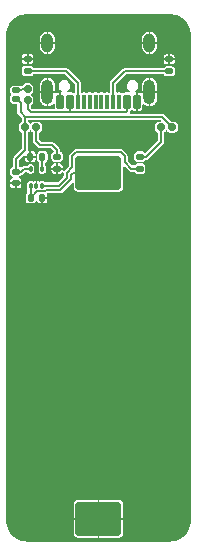
<source format=gbr>
%TF.GenerationSoftware,KiCad,Pcbnew,(5.99.0-13283-gf5fc9fa11f)*%
%TF.CreationDate,2021-11-15T23:55:46+03:00*%
%TF.ProjectId,LIR2032_Battery_Charger,4c495232-3033-4325-9f42-617474657279,rev?*%
%TF.SameCoordinates,PX8f0d180PY5f5e100*%
%TF.FileFunction,Copper,L1,Top*%
%TF.FilePolarity,Positive*%
%FSLAX46Y46*%
G04 Gerber Fmt 4.6, Leading zero omitted, Abs format (unit mm)*
G04 Created by KiCad (PCBNEW (5.99.0-13283-gf5fc9fa11f)) date 2021-11-15 23:55:46*
%MOMM*%
%LPD*%
G01*
G04 APERTURE LIST*
G04 Aperture macros list*
%AMRoundRect*
0 Rectangle with rounded corners*
0 $1 Rounding radius*
0 $2 $3 $4 $5 $6 $7 $8 $9 X,Y pos of 4 corners*
0 Add a 4 corners polygon primitive as box body*
4,1,4,$2,$3,$4,$5,$6,$7,$8,$9,$2,$3,0*
0 Add four circle primitives for the rounded corners*
1,1,$1+$1,$2,$3*
1,1,$1+$1,$4,$5*
1,1,$1+$1,$6,$7*
1,1,$1+$1,$8,$9*
0 Add four rect primitives between the rounded corners*
20,1,$1+$1,$2,$3,$4,$5,0*
20,1,$1+$1,$4,$5,$6,$7,0*
20,1,$1+$1,$6,$7,$8,$9,0*
20,1,$1+$1,$8,$9,$2,$3,0*%
G04 Aperture macros list end*
%TA.AperFunction,SMDPad,CuDef*%
%ADD10RoundRect,0.125000X0.175000X-0.125000X0.175000X0.125000X-0.175000X0.125000X-0.175000X-0.125000X0*%
%TD*%
%TA.AperFunction,SMDPad,CuDef*%
%ADD11RoundRect,0.075000X0.075000X-0.150000X0.075000X0.150000X-0.075000X0.150000X-0.075000X-0.150000X0*%
%TD*%
%TA.AperFunction,SMDPad,CuDef*%
%ADD12RoundRect,0.135000X-0.135000X-0.185000X0.135000X-0.185000X0.135000X0.185000X-0.135000X0.185000X0*%
%TD*%
%TA.AperFunction,SMDPad,CuDef*%
%ADD13RoundRect,0.135000X-0.185000X0.135000X-0.185000X-0.135000X0.185000X-0.135000X0.185000X0.135000X0*%
%TD*%
%TA.AperFunction,SMDPad,CuDef*%
%ADD14RoundRect,0.135000X0.185000X-0.135000X0.185000X0.135000X-0.185000X0.135000X-0.185000X-0.135000X0*%
%TD*%
%TA.AperFunction,SMDPad,CuDef*%
%ADD15RoundRect,0.150000X0.150000X0.475000X-0.150000X0.475000X-0.150000X-0.475000X0.150000X-0.475000X0*%
%TD*%
%TA.AperFunction,SMDPad,CuDef*%
%ADD16RoundRect,0.075000X0.075000X0.550000X-0.075000X0.550000X-0.075000X-0.550000X0.075000X-0.550000X0*%
%TD*%
%TA.AperFunction,ComponentPad*%
%ADD17O,1.000000X1.600000*%
%TD*%
%TA.AperFunction,ComponentPad*%
%ADD18O,1.000000X2.100000*%
%TD*%
%TA.AperFunction,SMDPad,CuDef*%
%ADD19RoundRect,0.150000X-0.150000X0.150000X-0.150000X-0.150000X0.150000X-0.150000X0.150000X0.150000X0*%
%TD*%
%TA.AperFunction,SMDPad,CuDef*%
%ADD20RoundRect,0.150000X-0.150000X-0.150000X0.150000X-0.150000X0.150000X0.150000X-0.150000X0.150000X0*%
%TD*%
%TA.AperFunction,SMDPad,CuDef*%
%ADD21RoundRect,0.150000X0.150000X0.150000X-0.150000X0.150000X-0.150000X-0.150000X0.150000X-0.150000X0*%
%TD*%
%TA.AperFunction,SMDPad,CuDef*%
%ADD22RoundRect,0.140000X-0.140000X-0.160000X0.140000X-0.160000X0.140000X0.160000X-0.140000X0.160000X0*%
%TD*%
%TA.AperFunction,SMDPad,CuDef*%
%ADD23RoundRect,0.140000X-0.160000X0.140000X-0.160000X-0.140000X0.160000X-0.140000X0.160000X0.140000X0*%
%TD*%
%TA.AperFunction,SMDPad,CuDef*%
%ADD24RoundRect,0.290000X1.660000X-1.160000X1.660000X1.160000X-1.660000X1.160000X-1.660000X-1.160000X0*%
%TD*%
%TA.AperFunction,Conductor*%
%ADD25C,0.200000*%
%TD*%
G04 APERTURE END LIST*
D10*
X1000000Y37650000D03*
X1000000Y38350000D03*
D11*
X2250000Y30300000D03*
X2750000Y30300000D03*
X3250000Y30300000D03*
X3250000Y31700000D03*
X2250000Y31700000D03*
D12*
X2240000Y32750000D03*
X3260000Y32750000D03*
D13*
X11500000Y32760000D03*
X11500000Y31740000D03*
X4500000Y32760000D03*
X4500000Y31740000D03*
D14*
X2000000Y40000000D03*
X2000000Y41020000D03*
X14000000Y39990000D03*
X14000000Y41010000D03*
D15*
X11250000Y37400000D03*
X10450000Y37400000D03*
D16*
X9250000Y37400000D03*
X8250000Y37400000D03*
X7750000Y37400000D03*
X6750000Y37400000D03*
D15*
X4750000Y37400000D03*
X5550000Y37400000D03*
D16*
X6250000Y37400000D03*
X7250000Y37400000D03*
X8750000Y37400000D03*
X9750000Y37400000D03*
D17*
X12320000Y42400000D03*
D18*
X3680000Y38220000D03*
X12320000Y38220000D03*
D17*
X3680000Y42400000D03*
D19*
X2000000Y38485000D03*
X2000000Y37515000D03*
D20*
X13265000Y35250000D03*
X14235000Y35250000D03*
D21*
X2735000Y35250000D03*
X1765000Y35250000D03*
D22*
X2270000Y29250000D03*
X3230000Y29250000D03*
D23*
X1000000Y31480000D03*
X1000000Y30520000D03*
D24*
X8000000Y2100000D03*
X8000000Y31400000D03*
D25*
X3250000Y30300000D02*
X4625000Y30300000D01*
X4625000Y30300000D02*
X5307199Y30982199D01*
X5307199Y30982199D02*
X5307199Y31382277D01*
X5307199Y31382277D02*
X5790480Y31865558D01*
X5790480Y31865558D02*
X5790480Y32787736D01*
X5790480Y32787736D02*
X6112264Y33109520D01*
X6112264Y33109520D02*
X9887736Y33109520D01*
X9887736Y33109520D02*
X10209520Y32787736D01*
X10209520Y32787736D02*
X10209520Y32290480D01*
X10209520Y32290480D02*
X10760000Y31740000D01*
X10760000Y31740000D02*
X11500000Y31740000D01*
X2835480Y29815480D02*
X3465642Y29815480D01*
X3590642Y29940480D02*
X4773918Y29940480D01*
X2270000Y29250000D02*
X2835480Y29815480D01*
X4773918Y29940480D02*
X5666719Y30833281D01*
X3465642Y29815480D02*
X3590642Y29940480D01*
X5666719Y30833281D02*
X5666719Y31233359D01*
X5666719Y31233359D02*
X5833360Y31400000D01*
X5833360Y31400000D02*
X8000000Y31400000D01*
X2000000Y37515000D02*
X2000000Y36800000D01*
X2000000Y36800000D02*
X2300000Y36500000D01*
X2300000Y36500000D02*
X10300000Y36500000D01*
X10300000Y36500000D02*
X10450000Y36650000D01*
X10450000Y36650000D02*
X10450000Y37400000D01*
X1765000Y36135000D02*
X1400000Y36500000D01*
X1400000Y36500000D02*
X1400000Y37315848D01*
X1400000Y37315848D02*
X1065848Y37650000D01*
X1065848Y37650000D02*
X1000000Y37650000D01*
X1765000Y35250000D02*
X1765000Y36135000D01*
X1765000Y36135000D02*
X13350000Y36135000D01*
X13350000Y36135000D02*
X14235000Y35250000D01*
X11500000Y32760000D02*
X12060000Y32760000D01*
X12060000Y32760000D02*
X13265000Y33965000D01*
X13265000Y33965000D02*
X13265000Y35250000D01*
X5550000Y36500000D02*
X5550000Y37400000D01*
X4500000Y32760000D02*
X4500000Y33325000D01*
X4500000Y33325000D02*
X4075000Y33750000D01*
X3075000Y33750000D02*
X2735000Y34090000D01*
X4075000Y33750000D02*
X3075000Y33750000D01*
X2735000Y34090000D02*
X2735000Y35250000D01*
X3250000Y31700000D02*
X3250000Y32740000D01*
X3250000Y32740000D02*
X3260000Y32750000D01*
X2250000Y30300000D02*
X2250000Y29270000D01*
X2250000Y29270000D02*
X2270000Y29250000D01*
X1000000Y31480000D02*
X1455000Y31480000D01*
X1455000Y31480000D02*
X1675000Y31700000D01*
X1675000Y31700000D02*
X2250000Y31700000D01*
X1765000Y35250000D02*
X1765000Y33290000D01*
X1765000Y33290000D02*
X1000000Y32525000D01*
X1000000Y32525000D02*
X1000000Y31480000D01*
X1000000Y38350000D02*
X1425000Y38350000D01*
X1425000Y38350000D02*
X1560000Y38485000D01*
X1560000Y38485000D02*
X2000000Y38485000D01*
X9250000Y37400000D02*
X9250000Y39000000D01*
X9250000Y39000000D02*
X10240000Y39990000D01*
X10240000Y39990000D02*
X14000000Y39990000D01*
X6250000Y37400000D02*
X6250000Y39000000D01*
X6250000Y39000000D02*
X5250000Y40000000D01*
X5250000Y40000000D02*
X2000000Y40000000D01*
%TA.AperFunction,Conductor*%
G36*
X13990557Y44837990D02*
G01*
X13991042Y44837879D01*
X13991043Y44837879D01*
X13999714Y44835885D01*
X14008392Y44837849D01*
X14017285Y44837833D01*
X14017285Y44837710D01*
X14025306Y44838341D01*
X14056529Y44836295D01*
X14235008Y44824597D01*
X14245241Y44823250D01*
X14471156Y44778313D01*
X14481128Y44775640D01*
X14699240Y44701601D01*
X14708770Y44697654D01*
X14866768Y44619738D01*
X14915358Y44595776D01*
X14924307Y44590609D01*
X15115818Y44462645D01*
X15124016Y44456354D01*
X15297183Y44304490D01*
X15304490Y44297183D01*
X15456354Y44124016D01*
X15462645Y44115818D01*
X15590609Y43924307D01*
X15595776Y43915358D01*
X15697654Y43708770D01*
X15701601Y43699240D01*
X15763169Y43517867D01*
X15775639Y43481133D01*
X15778313Y43471156D01*
X15822669Y43248165D01*
X15823249Y43245248D01*
X15824597Y43235010D01*
X15838315Y43025718D01*
X15837682Y43017852D01*
X15837895Y43017852D01*
X15837879Y43008959D01*
X15835885Y43000286D01*
X15837849Y42991608D01*
X15838052Y42990710D01*
X15840000Y42973274D01*
X15840000Y2027148D01*
X15837990Y2009443D01*
X15837955Y2009290D01*
X15835885Y2000286D01*
X15837849Y1991608D01*
X15837833Y1982715D01*
X15837710Y1982715D01*
X15838341Y1974694D01*
X15824598Y1764998D01*
X15823250Y1754759D01*
X15778314Y1528849D01*
X15775640Y1518872D01*
X15701601Y1300760D01*
X15697654Y1291230D01*
X15668767Y1232653D01*
X15595776Y1084642D01*
X15590609Y1075693D01*
X15462645Y884182D01*
X15456354Y875984D01*
X15304490Y702817D01*
X15297183Y695510D01*
X15124016Y543646D01*
X15115818Y537355D01*
X14924307Y409391D01*
X14915358Y404224D01*
X14708770Y302346D01*
X14699240Y298399D01*
X14481128Y224360D01*
X14471156Y221687D01*
X14245241Y176750D01*
X14235010Y175403D01*
X14025716Y161685D01*
X14017852Y162318D01*
X14017852Y162105D01*
X14008959Y162121D01*
X14000286Y164115D01*
X13990984Y162010D01*
X13990710Y161948D01*
X13973274Y160000D01*
X2027148Y160000D01*
X2009443Y162010D01*
X2008958Y162121D01*
X2008957Y162121D01*
X2000286Y164115D01*
X1991608Y162151D01*
X1982715Y162167D01*
X1982715Y162290D01*
X1974694Y161659D01*
X1943471Y163705D01*
X1764992Y175403D01*
X1754759Y176750D01*
X1528844Y221687D01*
X1518872Y224360D01*
X1300760Y298399D01*
X1291230Y302346D01*
X1084642Y404224D01*
X1075693Y409391D01*
X884182Y537355D01*
X875984Y543646D01*
X702817Y695510D01*
X695510Y702817D01*
X543646Y875984D01*
X537355Y884182D01*
X534738Y888099D01*
X5890001Y888099D01*
X5890176Y884374D01*
X5892525Y859518D01*
X5894573Y850184D01*
X5935856Y732626D01*
X5941324Y722300D01*
X6014701Y622956D01*
X6022956Y614701D01*
X6122300Y541324D01*
X6132626Y535856D01*
X6250185Y494573D01*
X6259520Y492525D01*
X6284372Y490175D01*
X6288090Y490000D01*
X7906070Y490000D01*
X7916741Y493884D01*
X7920000Y499528D01*
X7920000Y503931D01*
X8080000Y503931D01*
X8083884Y493260D01*
X8089528Y490001D01*
X9711901Y490001D01*
X9715626Y490176D01*
X9740482Y492525D01*
X9749816Y494573D01*
X9867374Y535856D01*
X9877700Y541324D01*
X9977044Y614701D01*
X9985299Y622956D01*
X10058676Y722300D01*
X10064144Y732626D01*
X10105427Y850185D01*
X10107475Y859520D01*
X10109825Y884372D01*
X10110000Y888090D01*
X10110000Y2006070D01*
X10106116Y2016741D01*
X10100472Y2020000D01*
X8093930Y2020000D01*
X8083259Y2016116D01*
X8080000Y2010472D01*
X8080000Y503931D01*
X7920000Y503931D01*
X7920000Y2006070D01*
X7916116Y2016741D01*
X7910472Y2020000D01*
X5903931Y2020000D01*
X5893260Y2016116D01*
X5890001Y2010472D01*
X5890001Y888099D01*
X534738Y888099D01*
X409391Y1075693D01*
X404224Y1084642D01*
X331233Y1232653D01*
X302346Y1291230D01*
X298399Y1300760D01*
X224360Y1518872D01*
X221686Y1528849D01*
X176750Y1754759D01*
X175402Y1764997D01*
X161685Y1974282D01*
X162318Y1982148D01*
X162105Y1982148D01*
X162121Y1991041D01*
X164115Y1999714D01*
X161948Y2009291D01*
X160000Y2026726D01*
X160000Y2193930D01*
X5890000Y2193930D01*
X5893884Y2183259D01*
X5899528Y2180000D01*
X7906070Y2180000D01*
X7916741Y2183884D01*
X7920000Y2189528D01*
X7920000Y2193930D01*
X8080000Y2193930D01*
X8083884Y2183259D01*
X8089528Y2180000D01*
X10096069Y2180000D01*
X10106740Y2183884D01*
X10109999Y2189528D01*
X10109999Y3311901D01*
X10109824Y3315626D01*
X10107475Y3340482D01*
X10105427Y3349816D01*
X10064144Y3467374D01*
X10058676Y3477700D01*
X9985299Y3577044D01*
X9977044Y3585299D01*
X9877700Y3658676D01*
X9867374Y3664144D01*
X9749815Y3705427D01*
X9740480Y3707475D01*
X9715628Y3709825D01*
X9711910Y3710000D01*
X8093930Y3710000D01*
X8083259Y3706116D01*
X8080000Y3700472D01*
X8080000Y2193930D01*
X7920000Y2193930D01*
X7920000Y3696069D01*
X7916116Y3706740D01*
X7910472Y3709999D01*
X6288099Y3709999D01*
X6284374Y3709824D01*
X6259518Y3707475D01*
X6250184Y3705427D01*
X6132626Y3664144D01*
X6122300Y3658676D01*
X6022956Y3585299D01*
X6014701Y3577044D01*
X5941324Y3477700D01*
X5935856Y3467374D01*
X5894573Y3349815D01*
X5892525Y3340480D01*
X5890175Y3315628D01*
X5890000Y3311910D01*
X5890000Y2193930D01*
X160000Y2193930D01*
X160000Y29045354D01*
X1829500Y29045354D01*
X1832618Y29019154D01*
X1835024Y29013738D01*
X1875099Y28923514D01*
X1875101Y28923511D01*
X1878061Y28916847D01*
X1957287Y28837759D01*
X2059673Y28792494D01*
X2065567Y28791807D01*
X2065570Y28791806D01*
X2083087Y28789764D01*
X2083092Y28789764D01*
X2085354Y28789500D01*
X2454646Y28789500D01*
X2480846Y28792618D01*
X2515666Y28808084D01*
X2576486Y28835099D01*
X2576489Y28835101D01*
X2583153Y28838061D01*
X2662241Y28917287D01*
X2678035Y28953012D01*
X2715471Y28991983D01*
X2769200Y28997772D01*
X2814079Y28967672D01*
X2822487Y28953138D01*
X2835517Y28923803D01*
X2843642Y28911981D01*
X2912413Y28843330D01*
X2924244Y28835229D01*
X3014354Y28795392D01*
X3025695Y28792301D01*
X3043139Y28790267D01*
X3047725Y28790000D01*
X3136070Y28790000D01*
X3146741Y28793884D01*
X3150000Y28799528D01*
X3150000Y28803930D01*
X3310000Y28803930D01*
X3313884Y28793259D01*
X3319528Y28790000D01*
X3412231Y28790000D01*
X3416897Y28790276D01*
X3434843Y28792412D01*
X3446148Y28795519D01*
X3536198Y28835517D01*
X3548019Y28843642D01*
X3616670Y28912413D01*
X3624771Y28924244D01*
X3664608Y29014354D01*
X3667699Y29025695D01*
X3669733Y29043139D01*
X3670000Y29047725D01*
X3670000Y29156070D01*
X3666116Y29166741D01*
X3660472Y29170000D01*
X3323930Y29170000D01*
X3313259Y29166116D01*
X3310000Y29160472D01*
X3310000Y28803930D01*
X3150000Y28803930D01*
X3150000Y29251000D01*
X3168482Y29301780D01*
X3215282Y29328800D01*
X3229000Y29330000D01*
X3656070Y29330000D01*
X3666741Y29333884D01*
X3670000Y29339528D01*
X3670000Y29452231D01*
X3669724Y29456897D01*
X3667588Y29474843D01*
X3664481Y29486148D01*
X3638921Y29543692D01*
X3635198Y29597603D01*
X3652587Y29627092D01*
X3653452Y29627670D01*
X3663665Y29642955D01*
X3673490Y29654926D01*
X3675405Y29656841D01*
X3724381Y29679679D01*
X3731266Y29679980D01*
X4740483Y29679980D01*
X4755896Y29678462D01*
X4773918Y29674877D01*
X4781549Y29676395D01*
X4781791Y29676443D01*
X4799572Y29679980D01*
X4867930Y29693577D01*
X4867931Y29693578D01*
X4875560Y29695095D01*
X4961728Y29752670D01*
X4971941Y29767955D01*
X4981766Y29779926D01*
X5754639Y30552799D01*
X5803615Y30575637D01*
X5855813Y30561651D01*
X5886808Y30517385D01*
X5889500Y30496938D01*
X5889500Y30186166D01*
X5892481Y30154631D01*
X5913797Y30093930D01*
X5918596Y30080267D01*
X5937366Y30026816D01*
X6017850Y29917850D01*
X6126816Y29837366D01*
X6132383Y29835411D01*
X6132385Y29835410D01*
X6190840Y29814882D01*
X6254631Y29792481D01*
X6286166Y29789500D01*
X9713834Y29789500D01*
X9745369Y29792481D01*
X9809160Y29814882D01*
X9867615Y29835410D01*
X9867617Y29835411D01*
X9873184Y29837366D01*
X9982150Y29917850D01*
X10062634Y30026816D01*
X10081405Y30080267D01*
X10086203Y30093930D01*
X10107519Y30154631D01*
X10110500Y30186166D01*
X10110500Y31830376D01*
X10128982Y31881156D01*
X10175782Y31908176D01*
X10229000Y31898792D01*
X10245361Y31886237D01*
X10552152Y31579446D01*
X10561977Y31567475D01*
X10572190Y31552190D01*
X10647841Y31501642D01*
X10658358Y31494615D01*
X10665987Y31493098D01*
X10665988Y31493097D01*
X10752369Y31475915D01*
X10760000Y31474397D01*
X10767631Y31475915D01*
X10778023Y31477982D01*
X10793435Y31479500D01*
X10996538Y31479500D01*
X11047318Y31461018D01*
X11061645Y31445245D01*
X11064290Y31441396D01*
X11067252Y31434728D01*
X11072415Y31429574D01*
X11139691Y31362415D01*
X11145160Y31356955D01*
X11151829Y31354007D01*
X11151830Y31354006D01*
X11240127Y31314971D01*
X11245843Y31312444D01*
X11271094Y31309500D01*
X11728906Y31309500D01*
X11754668Y31312565D01*
X11761202Y31315467D01*
X11848604Y31354290D01*
X11848605Y31354290D01*
X11855272Y31357252D01*
X11933045Y31435160D01*
X11937504Y31445245D01*
X11975153Y31530407D01*
X11975153Y31530408D01*
X11977556Y31535843D01*
X11980500Y31561094D01*
X11980500Y31918906D01*
X11977435Y31944668D01*
X11969729Y31962018D01*
X11935710Y32038604D01*
X11935710Y32038605D01*
X11932748Y32045272D01*
X11860422Y32117473D01*
X11860001Y32117893D01*
X11854840Y32123045D01*
X11848171Y32125993D01*
X11848170Y32125994D01*
X11759593Y32165153D01*
X11759592Y32165153D01*
X11754157Y32167556D01*
X11728906Y32170500D01*
X11271094Y32170500D01*
X11245332Y32167435D01*
X11239916Y32165029D01*
X11239915Y32165029D01*
X11151396Y32125710D01*
X11144728Y32122748D01*
X11066955Y32044840D01*
X11064005Y32038167D01*
X11061747Y32034869D01*
X11017809Y32003411D01*
X10996562Y32000500D01*
X10900624Y32000500D01*
X10849844Y32018982D01*
X10844763Y32023639D01*
X10493159Y32375243D01*
X10470321Y32424219D01*
X10470020Y32431104D01*
X10470020Y32754301D01*
X10471538Y32769713D01*
X10473605Y32780105D01*
X10475123Y32787736D01*
X10454905Y32889378D01*
X10443758Y32906061D01*
X10397330Y32975546D01*
X10382045Y32985759D01*
X10370074Y32995584D01*
X10095584Y33270074D01*
X10085759Y33282045D01*
X10079867Y33290863D01*
X10075546Y33297330D01*
X9989378Y33354905D01*
X9981749Y33356422D01*
X9981748Y33356423D01*
X9913390Y33370020D01*
X9895367Y33373605D01*
X9887736Y33375123D01*
X9880105Y33373605D01*
X9869713Y33371538D01*
X9854301Y33370020D01*
X6145699Y33370020D01*
X6130287Y33371538D01*
X6119895Y33373605D01*
X6112264Y33375123D01*
X6104633Y33373605D01*
X6086610Y33370020D01*
X6018252Y33356423D01*
X6018251Y33356422D01*
X6010622Y33354905D01*
X5924454Y33297330D01*
X5920133Y33290863D01*
X5914241Y33282045D01*
X5904416Y33270074D01*
X5629926Y32995584D01*
X5617955Y32985759D01*
X5602670Y32975546D01*
X5556242Y32906061D01*
X5545095Y32889378D01*
X5524877Y32787736D01*
X5526395Y32780105D01*
X5528462Y32769713D01*
X5529980Y32754301D01*
X5529980Y32006184D01*
X5511498Y31955404D01*
X5506842Y31950323D01*
X5146643Y31590123D01*
X5134671Y31580298D01*
X5119389Y31570087D01*
X5115068Y31563620D01*
X5114861Y31563413D01*
X5065885Y31540575D01*
X5013687Y31554561D01*
X4982692Y31598827D01*
X4980000Y31619274D01*
X4980000Y31646070D01*
X4976116Y31656741D01*
X4970472Y31660000D01*
X4593930Y31660000D01*
X4583259Y31656116D01*
X4580000Y31650472D01*
X4580000Y31323931D01*
X4583884Y31313260D01*
X4589528Y31310001D01*
X4726484Y31310001D01*
X4731160Y31310278D01*
X4748661Y31312360D01*
X4759970Y31315467D01*
X4848317Y31354709D01*
X4860138Y31362834D01*
X4910144Y31412927D01*
X4959100Y31435807D01*
X5011310Y31421866D01*
X5043536Y31372525D01*
X5045182Y31364251D01*
X5046699Y31348842D01*
X5046699Y31122823D01*
X5028217Y31072043D01*
X5023560Y31066962D01*
X4540237Y30583639D01*
X4491261Y30560801D01*
X4484376Y30560500D01*
X3576626Y30560500D01*
X3525846Y30578982D01*
X3510940Y30595610D01*
X3499107Y30613319D01*
X3494786Y30619786D01*
X3416888Y30671836D01*
X3409259Y30673353D01*
X3409258Y30673354D01*
X3352007Y30684742D01*
X3352006Y30684742D01*
X3348196Y30685500D01*
X3151804Y30685500D01*
X3147994Y30684742D01*
X3147993Y30684742D01*
X3090742Y30673354D01*
X3090741Y30673353D01*
X3083112Y30671836D01*
X3054067Y30652428D01*
X3043440Y30645328D01*
X2990950Y30632484D01*
X2955660Y30645328D01*
X2923162Y30667042D01*
X2909060Y30672883D01*
X2851956Y30684242D01*
X2844259Y30685000D01*
X2843930Y30685000D01*
X2833259Y30681116D01*
X2830000Y30675472D01*
X2830000Y30299000D01*
X2811518Y30248220D01*
X2764718Y30221200D01*
X2751000Y30220000D01*
X2749000Y30220000D01*
X2698220Y30238482D01*
X2671200Y30285282D01*
X2670000Y30299000D01*
X2670000Y30671069D01*
X2666116Y30681740D01*
X2660472Y30684999D01*
X2655742Y30684999D01*
X2648043Y30684241D01*
X2590939Y30672883D01*
X2576839Y30667043D01*
X2544340Y30645328D01*
X2491849Y30632484D01*
X2456560Y30645328D01*
X2445933Y30652428D01*
X2416888Y30671836D01*
X2409259Y30673353D01*
X2409258Y30673354D01*
X2352007Y30684742D01*
X2352006Y30684742D01*
X2348196Y30685500D01*
X2151804Y30685500D01*
X2147994Y30684742D01*
X2147993Y30684742D01*
X2090742Y30673354D01*
X2090741Y30673353D01*
X2083112Y30671836D01*
X2005214Y30619786D01*
X1953164Y30541888D01*
X1939500Y30473196D01*
X1939500Y30126804D01*
X1940258Y30122994D01*
X1940258Y30122993D01*
X1948595Y30081083D01*
X1953164Y30058112D01*
X1976187Y30023656D01*
X1989500Y29979768D01*
X1989500Y29724324D01*
X1971018Y29673544D01*
X1959575Y29663151D01*
X1956847Y29661939D01*
X1877759Y29582713D01*
X1832494Y29480327D01*
X1831807Y29474433D01*
X1831806Y29474430D01*
X1829764Y29456913D01*
X1829500Y29454646D01*
X1829500Y29045354D01*
X160000Y29045354D01*
X160000Y30337769D01*
X540000Y30337769D01*
X540276Y30333103D01*
X542412Y30315157D01*
X545519Y30303852D01*
X585517Y30213802D01*
X593642Y30201981D01*
X662413Y30133330D01*
X674244Y30125229D01*
X764354Y30085392D01*
X775695Y30082301D01*
X793139Y30080267D01*
X797725Y30080000D01*
X906070Y30080000D01*
X916741Y30083884D01*
X920000Y30089528D01*
X920000Y30093930D01*
X1080000Y30093930D01*
X1083884Y30083259D01*
X1089528Y30080000D01*
X1202231Y30080000D01*
X1206897Y30080276D01*
X1224843Y30082412D01*
X1236148Y30085519D01*
X1326198Y30125517D01*
X1338019Y30133642D01*
X1406670Y30202413D01*
X1414771Y30214244D01*
X1454608Y30304354D01*
X1457699Y30315695D01*
X1459733Y30333139D01*
X1460000Y30337725D01*
X1460000Y30426070D01*
X1456116Y30436741D01*
X1450472Y30440000D01*
X1093930Y30440000D01*
X1083259Y30436116D01*
X1080000Y30430472D01*
X1080000Y30093930D01*
X920000Y30093930D01*
X920000Y30426070D01*
X916116Y30436741D01*
X910472Y30440000D01*
X553930Y30440000D01*
X543259Y30436116D01*
X540000Y30430472D01*
X540000Y30337769D01*
X160000Y30337769D01*
X160000Y31295354D01*
X539500Y31295354D01*
X542618Y31269154D01*
X545024Y31263738D01*
X585099Y31173514D01*
X585101Y31173511D01*
X588061Y31166847D01*
X667287Y31087759D01*
X702836Y31072043D01*
X703012Y31071965D01*
X741983Y31034529D01*
X747772Y30980800D01*
X717672Y30935921D01*
X703138Y30927513D01*
X673803Y30914483D01*
X661981Y30906358D01*
X593330Y30837587D01*
X585229Y30825756D01*
X545392Y30735646D01*
X542301Y30724305D01*
X540267Y30706861D01*
X540000Y30702275D01*
X540000Y30613930D01*
X543884Y30603259D01*
X549528Y30600000D01*
X1446070Y30600000D01*
X1456741Y30603884D01*
X1460000Y30609528D01*
X1460000Y30702231D01*
X1459724Y30706897D01*
X1457588Y30724843D01*
X1454481Y30736148D01*
X1414483Y30826198D01*
X1406358Y30838019D01*
X1337587Y30906670D01*
X1325756Y30914771D01*
X1296988Y30927489D01*
X1258017Y30964926D01*
X1252228Y31018654D01*
X1282329Y31063534D01*
X1296862Y31071941D01*
X1326485Y31085099D01*
X1326486Y31085100D01*
X1333153Y31088061D01*
X1412241Y31167287D01*
X1415190Y31173957D01*
X1419311Y31179976D01*
X1420901Y31178888D01*
X1451792Y31211049D01*
X1471203Y31217620D01*
X1480654Y31219500D01*
X1549012Y31233097D01*
X1549013Y31233098D01*
X1556642Y31234615D01*
X1642810Y31292190D01*
X1653023Y31307475D01*
X1662848Y31319446D01*
X1759763Y31416361D01*
X1808739Y31439199D01*
X1815624Y31439500D01*
X1923374Y31439500D01*
X1974154Y31421018D01*
X1989060Y31404390D01*
X2005214Y31380214D01*
X2083112Y31328164D01*
X2090741Y31326647D01*
X2090742Y31326646D01*
X2147576Y31315341D01*
X2151804Y31314500D01*
X2348196Y31314500D01*
X2352424Y31315341D01*
X2409258Y31326646D01*
X2409259Y31326647D01*
X2416888Y31328164D01*
X2494786Y31380214D01*
X2546836Y31458112D01*
X2550076Y31474397D01*
X2559742Y31522993D01*
X2559742Y31522994D01*
X2560500Y31526804D01*
X2560500Y31873196D01*
X2558917Y31881156D01*
X2548354Y31934258D01*
X2548353Y31934259D01*
X2546836Y31941888D01*
X2494786Y32019786D01*
X2416888Y32071836D01*
X2409259Y32073353D01*
X2409258Y32073354D01*
X2352007Y32084742D01*
X2352006Y32084742D01*
X2348196Y32085500D01*
X2151804Y32085500D01*
X2147994Y32084742D01*
X2147993Y32084742D01*
X2090742Y32073354D01*
X2090741Y32073353D01*
X2083112Y32071836D01*
X2005214Y32019786D01*
X1992327Y32000500D01*
X1989060Y31995610D01*
X1945480Y31963656D01*
X1923374Y31960500D01*
X1708435Y31960500D01*
X1693023Y31962018D01*
X1682631Y31964085D01*
X1675000Y31965603D01*
X1667369Y31964085D01*
X1649346Y31960500D01*
X1580988Y31946903D01*
X1580987Y31946902D01*
X1573358Y31945385D01*
X1487190Y31887810D01*
X1482869Y31881343D01*
X1476977Y31872525D01*
X1467152Y31860554D01*
X1461652Y31855054D01*
X1412676Y31832216D01*
X1360478Y31846202D01*
X1349986Y31854999D01*
X1332713Y31872241D01*
X1326045Y31875189D01*
X1326042Y31875191D01*
X1307558Y31883362D01*
X1268587Y31920798D01*
X1260500Y31955616D01*
X1260500Y32384376D01*
X1278982Y32435156D01*
X1283639Y32440237D01*
X1366918Y32523516D01*
X1810001Y32523516D01*
X1810278Y32518840D01*
X1812360Y32501339D01*
X1815467Y32490030D01*
X1854709Y32401683D01*
X1862834Y32389862D01*
X1930287Y32322527D01*
X1942118Y32314426D01*
X2030526Y32275341D01*
X2041860Y32272251D01*
X2058902Y32270264D01*
X2063456Y32270000D01*
X2146070Y32270000D01*
X2156741Y32273884D01*
X2160000Y32279528D01*
X2160000Y32283931D01*
X2320000Y32283931D01*
X2323884Y32273260D01*
X2329528Y32270001D01*
X2416484Y32270001D01*
X2421160Y32270278D01*
X2438661Y32272360D01*
X2449970Y32275467D01*
X2538317Y32314709D01*
X2550138Y32322834D01*
X2617473Y32390287D01*
X2625574Y32402118D01*
X2664659Y32490526D01*
X2667749Y32501860D01*
X2669736Y32518902D01*
X2669863Y32521094D01*
X2829500Y32521094D01*
X2832565Y32495332D01*
X2834971Y32489916D01*
X2834971Y32489915D01*
X2873969Y32402118D01*
X2877252Y32394728D01*
X2898010Y32374006D01*
X2949691Y32322415D01*
X2955160Y32316955D01*
X2956834Y32316215D01*
X2986589Y32274657D01*
X2989500Y32253409D01*
X2989500Y32020232D01*
X2976187Y31976344D01*
X2953164Y31941888D01*
X2951647Y31934259D01*
X2951646Y31934258D01*
X2941083Y31881156D01*
X2939500Y31873196D01*
X2939500Y31526804D01*
X2940258Y31522994D01*
X2940258Y31522993D01*
X2949925Y31474397D01*
X2953164Y31458112D01*
X3005214Y31380214D01*
X3083112Y31328164D01*
X3090741Y31326647D01*
X3090742Y31326646D01*
X3147576Y31315341D01*
X3151804Y31314500D01*
X3348196Y31314500D01*
X3352424Y31315341D01*
X3409258Y31326646D01*
X3409259Y31326647D01*
X3416888Y31328164D01*
X3494786Y31380214D01*
X3546836Y31458112D01*
X3550076Y31474397D01*
X3559742Y31522993D01*
X3559742Y31522994D01*
X3560500Y31526804D01*
X3560500Y31563516D01*
X4020001Y31563516D01*
X4020278Y31558840D01*
X4022360Y31541339D01*
X4025467Y31530030D01*
X4064709Y31441683D01*
X4072834Y31429862D01*
X4140287Y31362527D01*
X4152118Y31354426D01*
X4240526Y31315341D01*
X4251860Y31312251D01*
X4268902Y31310264D01*
X4273456Y31310000D01*
X4406070Y31310000D01*
X4416741Y31313884D01*
X4420000Y31319528D01*
X4420000Y31646070D01*
X4416116Y31656741D01*
X4410472Y31660000D01*
X4033931Y31660000D01*
X4023260Y31656116D01*
X4020001Y31650472D01*
X4020001Y31563516D01*
X3560500Y31563516D01*
X3560500Y31833930D01*
X4020000Y31833930D01*
X4023884Y31823259D01*
X4029528Y31820000D01*
X4406070Y31820000D01*
X4416741Y31823884D01*
X4420000Y31829528D01*
X4420000Y31833930D01*
X4580000Y31833930D01*
X4583884Y31823259D01*
X4589528Y31820000D01*
X4966069Y31820000D01*
X4976740Y31823884D01*
X4979999Y31829528D01*
X4979999Y31916484D01*
X4979722Y31921160D01*
X4977640Y31938661D01*
X4974533Y31949970D01*
X4935291Y32038317D01*
X4927166Y32050138D01*
X4859713Y32117473D01*
X4847882Y32125574D01*
X4759474Y32164659D01*
X4748140Y32167749D01*
X4731098Y32169736D01*
X4726544Y32170000D01*
X4593930Y32170000D01*
X4583259Y32166116D01*
X4580000Y32160472D01*
X4580000Y31833930D01*
X4420000Y31833930D01*
X4420000Y32156069D01*
X4416116Y32166740D01*
X4410472Y32169999D01*
X4273516Y32169999D01*
X4268840Y32169722D01*
X4251339Y32167640D01*
X4240030Y32164533D01*
X4151683Y32125291D01*
X4139862Y32117166D01*
X4072527Y32049713D01*
X4064426Y32037882D01*
X4025341Y31949474D01*
X4022251Y31938140D01*
X4020264Y31921098D01*
X4020000Y31916544D01*
X4020000Y31833930D01*
X3560500Y31833930D01*
X3560500Y31873196D01*
X3558917Y31881156D01*
X3548354Y31934258D01*
X3548353Y31934259D01*
X3546836Y31941888D01*
X3523813Y31976344D01*
X3510500Y32020232D01*
X3510500Y32241571D01*
X3528982Y32292351D01*
X3552610Y32310140D01*
X3552596Y32310161D01*
X3553075Y32310490D01*
X3557429Y32313768D01*
X3565272Y32317252D01*
X3643045Y32395160D01*
X3669380Y32454728D01*
X3685153Y32490407D01*
X3685153Y32490408D01*
X3687556Y32495843D01*
X3690500Y32521094D01*
X3690500Y32978906D01*
X3687435Y33004668D01*
X3680238Y33020872D01*
X3645710Y33098604D01*
X3645710Y33098605D01*
X3642748Y33105272D01*
X3570422Y33177473D01*
X3570001Y33177893D01*
X3564840Y33183045D01*
X3558171Y33185993D01*
X3558170Y33185994D01*
X3469593Y33225153D01*
X3469592Y33225153D01*
X3464157Y33227556D01*
X3438906Y33230500D01*
X3081094Y33230500D01*
X3055332Y33227435D01*
X3049916Y33225029D01*
X3049915Y33225029D01*
X2961396Y33185710D01*
X2954728Y33182748D01*
X2876955Y33104840D01*
X2874007Y33098171D01*
X2874006Y33098170D01*
X2835065Y33010085D01*
X2832444Y33004157D01*
X2829500Y32978906D01*
X2829500Y32521094D01*
X2669863Y32521094D01*
X2670000Y32523456D01*
X2670000Y32656070D01*
X2666116Y32666741D01*
X2660472Y32670000D01*
X2333930Y32670000D01*
X2323259Y32666116D01*
X2320000Y32660472D01*
X2320000Y32283931D01*
X2160000Y32283931D01*
X2160000Y32656070D01*
X2156116Y32666741D01*
X2150472Y32670000D01*
X1823931Y32670000D01*
X1813260Y32666116D01*
X1810001Y32660472D01*
X1810001Y32523516D01*
X1366918Y32523516D01*
X1689582Y32846180D01*
X1738558Y32869018D01*
X1790756Y32855032D01*
X1802354Y32839916D01*
X1819528Y32830000D01*
X2146070Y32830000D01*
X2156741Y32833884D01*
X2160000Y32839528D01*
X2160000Y32843930D01*
X2320000Y32843930D01*
X2323884Y32833259D01*
X2329528Y32830000D01*
X2656069Y32830000D01*
X2666740Y32833884D01*
X2669999Y32839528D01*
X2669999Y32976484D01*
X2669722Y32981160D01*
X2667640Y32998661D01*
X2664533Y33009970D01*
X2625291Y33098317D01*
X2617166Y33110138D01*
X2549713Y33177473D01*
X2537882Y33185574D01*
X2449474Y33224659D01*
X2438140Y33227749D01*
X2421098Y33229736D01*
X2416544Y33230000D01*
X2333930Y33230000D01*
X2323259Y33226116D01*
X2320000Y33220472D01*
X2320000Y32843930D01*
X2160000Y32843930D01*
X2160000Y33216069D01*
X2156116Y33226740D01*
X2150472Y33229999D01*
X2107371Y33229999D01*
X2056591Y33248481D01*
X2029890Y33293586D01*
X2027016Y33308030D01*
X2025500Y33323435D01*
X2025500Y34757936D01*
X2043982Y34808716D01*
X2072429Y34830133D01*
X2093915Y34839677D01*
X2175635Y34921539D01*
X2178584Y34928209D01*
X2182705Y34934228D01*
X2184264Y34933161D01*
X2215233Y34965398D01*
X2268962Y34971187D01*
X2313841Y34941086D01*
X2320697Y34929234D01*
X2321716Y34927752D01*
X2324677Y34921085D01*
X2406539Y34839365D01*
X2413206Y34836418D01*
X2413208Y34836416D01*
X2427443Y34830123D01*
X2466414Y34792686D01*
X2474500Y34757869D01*
X2474500Y34123435D01*
X2472982Y34108023D01*
X2469397Y34090000D01*
X2470915Y34082369D01*
X2474500Y34064346D01*
X2487611Y33998435D01*
X2489615Y33988358D01*
X2547190Y33902190D01*
X2553657Y33897869D01*
X2562472Y33891979D01*
X2574444Y33882154D01*
X2867157Y33589440D01*
X2876981Y33577469D01*
X2887190Y33562190D01*
X2973358Y33504615D01*
X2989089Y33501486D01*
X2989091Y33501485D01*
X2989091Y33501486D01*
X3056974Y33487982D01*
X3075000Y33484396D01*
X3082631Y33485914D01*
X3093027Y33487982D01*
X3108440Y33489500D01*
X3934375Y33489500D01*
X3985155Y33471018D01*
X3990237Y33466361D01*
X4180478Y33276119D01*
X4203315Y33227143D01*
X4189329Y33174945D01*
X4156687Y33148061D01*
X4151398Y33145712D01*
X4151393Y33145709D01*
X4144728Y33142748D01*
X4066955Y33064840D01*
X4064007Y33058171D01*
X4064006Y33058170D01*
X4027479Y32975546D01*
X4022444Y32964157D01*
X4019500Y32938906D01*
X4019500Y32581094D01*
X4022565Y32555332D01*
X4024971Y32549916D01*
X4024971Y32549915D01*
X4050889Y32491565D01*
X4067252Y32454728D01*
X4072415Y32449574D01*
X4139691Y32382415D01*
X4145160Y32376955D01*
X4151829Y32374007D01*
X4151830Y32374006D01*
X4240127Y32334971D01*
X4245843Y32332444D01*
X4271094Y32329500D01*
X4728906Y32329500D01*
X4754668Y32332565D01*
X4847965Y32374006D01*
X4848604Y32374290D01*
X4848605Y32374290D01*
X4855272Y32377252D01*
X4933045Y32455160D01*
X4948628Y32490407D01*
X4975153Y32550407D01*
X4975153Y32550408D01*
X4977556Y32555843D01*
X4980500Y32581094D01*
X4980500Y32938906D01*
X4977435Y32964668D01*
X4972187Y32976484D01*
X4935710Y33058604D01*
X4935710Y33058605D01*
X4932748Y33065272D01*
X4887516Y33110426D01*
X4860001Y33137893D01*
X4854840Y33143045D01*
X4848169Y33145994D01*
X4848168Y33145995D01*
X4807558Y33163948D01*
X4768587Y33201384D01*
X4760500Y33236202D01*
X4760500Y33291560D01*
X4762018Y33306973D01*
X4764086Y33317369D01*
X4765604Y33325000D01*
X4759353Y33356423D01*
X4748681Y33410074D01*
X4748680Y33410075D01*
X4745385Y33426641D01*
X4745385Y33426642D01*
X4687810Y33512810D01*
X4672531Y33523019D01*
X4660560Y33532843D01*
X4282846Y33910556D01*
X4273021Y33922528D01*
X4267131Y33931343D01*
X4262810Y33937810D01*
X4176642Y33995385D01*
X4169013Y33996902D01*
X4169012Y33996903D01*
X4100654Y34010500D01*
X4082631Y34014085D01*
X4075000Y34015603D01*
X4067369Y34014085D01*
X4056977Y34012018D01*
X4041565Y34010500D01*
X3215626Y34010500D01*
X3164846Y34028982D01*
X3159765Y34033638D01*
X3018639Y34174763D01*
X2995801Y34223739D01*
X2995500Y34230625D01*
X2995500Y34757936D01*
X3013982Y34808716D01*
X3042429Y34830133D01*
X3063915Y34839677D01*
X3145635Y34921539D01*
X3192406Y35027332D01*
X3195500Y35053871D01*
X3195499Y35446128D01*
X3192278Y35473204D01*
X3176320Y35509131D01*
X3148285Y35572248D01*
X3148283Y35572251D01*
X3145323Y35578915D01*
X3063461Y35660635D01*
X3042557Y35669877D01*
X2963101Y35705004D01*
X2957668Y35707406D01*
X2951769Y35708094D01*
X2951768Y35708094D01*
X2933396Y35710236D01*
X2933391Y35710236D01*
X2931129Y35710500D01*
X2737415Y35710500D01*
X2538872Y35710499D01*
X2511796Y35707278D01*
X2475869Y35691320D01*
X2412752Y35663285D01*
X2412749Y35663283D01*
X2406085Y35660323D01*
X2324365Y35578461D01*
X2321416Y35571791D01*
X2317295Y35565772D01*
X2315736Y35566839D01*
X2284767Y35534602D01*
X2231038Y35528813D01*
X2186159Y35558914D01*
X2179303Y35570766D01*
X2178284Y35572248D01*
X2175323Y35578915D01*
X2093461Y35660635D01*
X2086794Y35663582D01*
X2086792Y35663584D01*
X2072557Y35669877D01*
X2033586Y35707314D01*
X2025500Y35742131D01*
X2025500Y35795500D01*
X2043982Y35846280D01*
X2090782Y35873300D01*
X2104500Y35874500D01*
X13209376Y35874500D01*
X13260156Y35856018D01*
X13265237Y35851361D01*
X13271238Y35845360D01*
X13294076Y35796384D01*
X13280090Y35744186D01*
X13235824Y35713191D01*
X13215380Y35710499D01*
X13068872Y35710499D01*
X13041796Y35707278D01*
X13005869Y35691320D01*
X12942752Y35663285D01*
X12942749Y35663283D01*
X12936085Y35660323D01*
X12854365Y35578461D01*
X12807594Y35472668D01*
X12804500Y35446129D01*
X12804501Y35053872D01*
X12807722Y35026796D01*
X12810128Y35021380D01*
X12851715Y34927752D01*
X12851717Y34927749D01*
X12854677Y34921085D01*
X12936539Y34839365D01*
X12943206Y34836418D01*
X12943208Y34836416D01*
X12957443Y34830123D01*
X12996414Y34792686D01*
X13004500Y34757869D01*
X13004500Y34105624D01*
X12986018Y34054844D01*
X12981361Y34049763D01*
X12020650Y33089052D01*
X11971674Y33066214D01*
X11919476Y33080200D01*
X11908976Y33089003D01*
X11860001Y33137893D01*
X11854840Y33143045D01*
X11848171Y33145993D01*
X11848170Y33145994D01*
X11759593Y33185153D01*
X11759592Y33185153D01*
X11754157Y33187556D01*
X11728906Y33190500D01*
X11271094Y33190500D01*
X11245332Y33187435D01*
X11239916Y33185029D01*
X11239915Y33185029D01*
X11151401Y33145712D01*
X11144728Y33142748D01*
X11066955Y33064840D01*
X11064007Y33058171D01*
X11064006Y33058170D01*
X11027479Y32975546D01*
X11022444Y32964157D01*
X11019500Y32938906D01*
X11019500Y32581094D01*
X11022565Y32555332D01*
X11024971Y32549916D01*
X11024971Y32549915D01*
X11050889Y32491565D01*
X11067252Y32454728D01*
X11072415Y32449574D01*
X11139691Y32382415D01*
X11145160Y32376955D01*
X11151829Y32374007D01*
X11151830Y32374006D01*
X11240127Y32334971D01*
X11245843Y32332444D01*
X11271094Y32329500D01*
X11728906Y32329500D01*
X11754668Y32332565D01*
X11847965Y32374006D01*
X11848604Y32374290D01*
X11848605Y32374290D01*
X11855272Y32377252D01*
X11933045Y32455160D01*
X11935995Y32461833D01*
X11938253Y32465131D01*
X11982191Y32496589D01*
X12003438Y32499500D01*
X12026565Y32499500D01*
X12041978Y32497982D01*
X12060000Y32494397D01*
X12067631Y32495915D01*
X12071020Y32496589D01*
X12085654Y32499500D01*
X12094899Y32501339D01*
X12154012Y32513097D01*
X12154013Y32513098D01*
X12161642Y32514615D01*
X12247810Y32572190D01*
X12258023Y32587475D01*
X12267848Y32599446D01*
X13425554Y33757152D01*
X13437525Y33766977D01*
X13446343Y33772869D01*
X13452810Y33777190D01*
X13510385Y33863358D01*
X13511902Y33870985D01*
X13511903Y33870987D01*
X13522435Y33923938D01*
X13529085Y33957368D01*
X13529085Y33957369D01*
X13530603Y33965000D01*
X13527018Y33983023D01*
X13525500Y33998435D01*
X13525500Y34757936D01*
X13543982Y34808716D01*
X13572429Y34830133D01*
X13593915Y34839677D01*
X13675635Y34921539D01*
X13678584Y34928209D01*
X13682705Y34934228D01*
X13684264Y34933161D01*
X13715233Y34965398D01*
X13768962Y34971187D01*
X13813841Y34941086D01*
X13820697Y34929234D01*
X13821716Y34927752D01*
X13824677Y34921085D01*
X13906539Y34839365D01*
X13913208Y34836417D01*
X13913209Y34836416D01*
X13974501Y34809319D01*
X14012332Y34792594D01*
X14018231Y34791906D01*
X14018232Y34791906D01*
X14036604Y34789764D01*
X14036609Y34789764D01*
X14038871Y34789500D01*
X14232585Y34789500D01*
X14431128Y34789501D01*
X14458204Y34792722D01*
X14495569Y34809319D01*
X14557248Y34836715D01*
X14557251Y34836717D01*
X14563915Y34839677D01*
X14645635Y34921539D01*
X14692406Y35027332D01*
X14695500Y35053871D01*
X14695499Y35446128D01*
X14692278Y35473204D01*
X14676320Y35509131D01*
X14648285Y35572248D01*
X14648283Y35572251D01*
X14645323Y35578915D01*
X14563461Y35660635D01*
X14542557Y35669877D01*
X14463101Y35705004D01*
X14457668Y35707406D01*
X14451769Y35708094D01*
X14451768Y35708094D01*
X14433396Y35710236D01*
X14433391Y35710236D01*
X14431129Y35710500D01*
X14412300Y35710500D01*
X14175625Y35710499D01*
X14124845Y35728981D01*
X14119764Y35733638D01*
X13557848Y36295554D01*
X13548023Y36307525D01*
X13542131Y36316343D01*
X13537810Y36322810D01*
X13451642Y36380385D01*
X13444013Y36381902D01*
X13444012Y36381903D01*
X13375654Y36395500D01*
X13357631Y36399085D01*
X13350000Y36400603D01*
X13342369Y36399085D01*
X13331977Y36397018D01*
X13316565Y36395500D01*
X10741047Y36395500D01*
X10690267Y36413982D01*
X10663247Y36460782D01*
X10675361Y36518390D01*
X10691063Y36541890D01*
X10695385Y36548358D01*
X10704681Y36595090D01*
X10732714Y36641287D01*
X10750093Y36651875D01*
X10778915Y36664677D01*
X10794487Y36680276D01*
X10843444Y36703156D01*
X10895653Y36689215D01*
X10906210Y36680373D01*
X10916663Y36669938D01*
X10928500Y36661834D01*
X11022013Y36620492D01*
X11033354Y36617401D01*
X11051656Y36615267D01*
X11056242Y36615000D01*
X11156070Y36615000D01*
X11166741Y36618884D01*
X11170000Y36624528D01*
X11170000Y36628931D01*
X11330000Y36628931D01*
X11333884Y36618260D01*
X11339528Y36615001D01*
X11443711Y36615001D01*
X11448385Y36615278D01*
X11467196Y36617515D01*
X11478507Y36620624D01*
X11571961Y36662134D01*
X11583781Y36670258D01*
X11655064Y36741665D01*
X11663165Y36753496D01*
X11704508Y36847013D01*
X11707599Y36858354D01*
X11709733Y36876656D01*
X11710000Y36881242D01*
X11709999Y37153293D01*
X11728481Y37204073D01*
X11775281Y37231093D01*
X11828499Y37221709D01*
X11841552Y37212277D01*
X11937009Y37127228D01*
X11944768Y37121835D01*
X12077537Y37051537D01*
X12086354Y37048153D01*
X12230351Y37011984D01*
X12236761Y37014280D01*
X12240000Y37019824D01*
X12240000Y37024349D01*
X12400000Y37024349D01*
X12403884Y37013678D01*
X12406325Y37012268D01*
X12407904Y37012317D01*
X12547119Y37045740D01*
X12555976Y37049034D01*
X12689465Y37117932D01*
X12697288Y37123249D01*
X12810489Y37222000D01*
X12816818Y37229030D01*
X12903195Y37351931D01*
X12907661Y37360260D01*
X12962229Y37500220D01*
X12964582Y37509385D01*
X12979662Y37623926D01*
X12980000Y37629085D01*
X12980000Y38126070D01*
X12976116Y38136741D01*
X12970472Y38140000D01*
X12413930Y38140000D01*
X12403259Y38136116D01*
X12400000Y38130472D01*
X12400000Y37024349D01*
X12240000Y37024349D01*
X12240000Y38126070D01*
X12236116Y38136741D01*
X12230472Y38140000D01*
X11673930Y38140000D01*
X11643454Y38128908D01*
X11589415Y38128908D01*
X11571803Y38137960D01*
X11571504Y38138165D01*
X11477987Y38179508D01*
X11466646Y38182599D01*
X11448344Y38184733D01*
X11443758Y38185000D01*
X11343930Y38185000D01*
X11333259Y38181116D01*
X11330000Y38175472D01*
X11330000Y36628931D01*
X11170000Y36628931D01*
X11170000Y38171069D01*
X11166116Y38181740D01*
X11144218Y38194383D01*
X11145210Y38196101D01*
X11120610Y38207572D01*
X11097773Y38256548D01*
X11111759Y38308746D01*
X11117265Y38313930D01*
X11660000Y38313930D01*
X11663884Y38303259D01*
X11669528Y38300000D01*
X12226070Y38300000D01*
X12236741Y38303884D01*
X12240000Y38309528D01*
X12240000Y38313930D01*
X12400000Y38313930D01*
X12403884Y38303259D01*
X12409528Y38300000D01*
X12966070Y38300000D01*
X12976741Y38303884D01*
X12980000Y38309528D01*
X12980000Y38807674D01*
X12979714Y38812416D01*
X12966228Y38923864D01*
X12963974Y38933040D01*
X12910874Y39073565D01*
X12906492Y39081947D01*
X12821409Y39205743D01*
X12815149Y39212843D01*
X12702991Y39312772D01*
X12695232Y39318165D01*
X12562463Y39388463D01*
X12553646Y39391847D01*
X12409649Y39428016D01*
X12403239Y39425720D01*
X12400000Y39420176D01*
X12400000Y38313930D01*
X12240000Y38313930D01*
X12240000Y39415651D01*
X12236116Y39426322D01*
X12233675Y39427732D01*
X12232096Y39427683D01*
X12092881Y39394260D01*
X12084024Y39390966D01*
X11950535Y39322068D01*
X11942712Y39316751D01*
X11829511Y39218000D01*
X11823182Y39210970D01*
X11736805Y39088069D01*
X11732339Y39079740D01*
X11677771Y38939780D01*
X11675418Y38930615D01*
X11660338Y38816074D01*
X11660000Y38810915D01*
X11660000Y38313930D01*
X11117265Y38313930D01*
X11135135Y38330755D01*
X11203311Y38372615D01*
X11207084Y38376783D01*
X11207086Y38376785D01*
X11292860Y38471547D01*
X11292861Y38471548D01*
X11296637Y38475720D01*
X11357274Y38600874D01*
X11373670Y38698326D01*
X11379841Y38735008D01*
X11379841Y38735009D01*
X11380347Y38738016D01*
X11380493Y38750000D01*
X11371769Y38810915D01*
X11361576Y38882095D01*
X11361575Y38882097D01*
X11360778Y38887665D01*
X11357155Y38895635D01*
X11305547Y39009138D01*
X11303217Y39014263D01*
X11234917Y39093530D01*
X11216111Y39115356D01*
X11216108Y39115358D01*
X11212438Y39119618D01*
X11207718Y39122677D01*
X11207716Y39122679D01*
X11100462Y39192196D01*
X11100463Y39192196D01*
X11095738Y39195258D01*
X11087443Y39197739D01*
X10967889Y39233493D01*
X10962499Y39235105D01*
X10893483Y39235527D01*
X10829057Y39235921D01*
X10829054Y39235921D01*
X10823432Y39235955D01*
X10689717Y39197739D01*
X10572102Y39123529D01*
X10480042Y39019292D01*
X10467402Y38992369D01*
X10431189Y38915237D01*
X10420939Y38893406D01*
X10399544Y38755992D01*
X10407085Y38698326D01*
X10415703Y38632422D01*
X10417576Y38618097D01*
X10419841Y38612950D01*
X10419841Y38612949D01*
X10453737Y38535913D01*
X10473585Y38490805D01*
X10563070Y38384349D01*
X10580698Y38372615D01*
X10644322Y38330263D01*
X10676352Y38286739D01*
X10672912Y38232809D01*
X10635611Y38193708D01*
X10600547Y38185500D01*
X10273057Y38185499D01*
X10253872Y38185499D01*
X10226796Y38182278D01*
X10203288Y38171836D01*
X10127752Y38138285D01*
X10127749Y38138283D01*
X10121085Y38135323D01*
X10115933Y38130162D01*
X10115930Y38130160D01*
X10105015Y38119226D01*
X10056058Y38096347D01*
X10003849Y38110290D01*
X9997669Y38115472D01*
X9994786Y38119786D01*
X9916888Y38171836D01*
X9909259Y38173353D01*
X9909258Y38173354D01*
X9852007Y38184742D01*
X9852006Y38184742D01*
X9848196Y38185500D01*
X9651804Y38185500D01*
X9604911Y38176172D01*
X9551503Y38184392D01*
X9515872Y38225020D01*
X9510500Y38253654D01*
X9510500Y38859376D01*
X9528982Y38910156D01*
X9533639Y38915237D01*
X10324764Y39706361D01*
X10373740Y39729199D01*
X10380625Y39729500D01*
X13496538Y39729500D01*
X13547318Y39711018D01*
X13561645Y39695245D01*
X13564290Y39691396D01*
X13567252Y39684728D01*
X13572415Y39679574D01*
X13639691Y39612415D01*
X13645160Y39606955D01*
X13651829Y39604007D01*
X13651830Y39604006D01*
X13729882Y39569500D01*
X13745843Y39562444D01*
X13771094Y39559500D01*
X14228906Y39559500D01*
X14254668Y39562565D01*
X14270905Y39569777D01*
X14348604Y39604290D01*
X14348605Y39604290D01*
X14355272Y39607252D01*
X14433045Y39685160D01*
X14437504Y39695245D01*
X14475153Y39780407D01*
X14475153Y39780408D01*
X14477556Y39785843D01*
X14480500Y39811094D01*
X14480500Y40168906D01*
X14477435Y40194668D01*
X14450369Y40255603D01*
X14435710Y40288604D01*
X14435710Y40288605D01*
X14432748Y40295272D01*
X14394853Y40333101D01*
X14360001Y40367893D01*
X14354840Y40373045D01*
X14348171Y40375993D01*
X14348170Y40375994D01*
X14259593Y40415153D01*
X14259592Y40415153D01*
X14254157Y40417556D01*
X14228906Y40420500D01*
X13771094Y40420500D01*
X13745332Y40417435D01*
X13739916Y40415029D01*
X13739915Y40415029D01*
X13651396Y40375710D01*
X13644728Y40372748D01*
X13566955Y40294840D01*
X13564005Y40288167D01*
X13561747Y40284869D01*
X13517809Y40253411D01*
X13496562Y40250500D01*
X10273435Y40250500D01*
X10258023Y40252018D01*
X10247631Y40254085D01*
X10240000Y40255603D01*
X10221977Y40252018D01*
X10214346Y40250500D01*
X10145988Y40236903D01*
X10145987Y40236902D01*
X10138358Y40235385D01*
X10052190Y40177810D01*
X10047869Y40171343D01*
X10041979Y40162528D01*
X10032154Y40150557D01*
X9089446Y39207848D01*
X9077475Y39198023D01*
X9062190Y39187810D01*
X9016626Y39119618D01*
X9004615Y39101642D01*
X8984397Y39000000D01*
X8985915Y38992369D01*
X8987982Y38981977D01*
X8989500Y38966565D01*
X8989500Y38253654D01*
X8971018Y38202874D01*
X8924218Y38175854D01*
X8895090Y38176172D01*
X8848196Y38185500D01*
X8651804Y38185500D01*
X8647994Y38184742D01*
X8647993Y38184742D01*
X8590742Y38173354D01*
X8590741Y38173353D01*
X8583112Y38171836D01*
X8576643Y38167514D01*
X8576644Y38167514D01*
X8543890Y38145629D01*
X8491399Y38132785D01*
X8456110Y38145629D01*
X8423356Y38167514D01*
X8423357Y38167514D01*
X8416888Y38171836D01*
X8409259Y38173353D01*
X8409258Y38173354D01*
X8352007Y38184742D01*
X8352006Y38184742D01*
X8348196Y38185500D01*
X8151804Y38185500D01*
X8147994Y38184742D01*
X8147993Y38184742D01*
X8090742Y38173354D01*
X8090741Y38173353D01*
X8083112Y38171836D01*
X8076643Y38167514D01*
X8076644Y38167514D01*
X8043890Y38145629D01*
X7991399Y38132785D01*
X7956110Y38145629D01*
X7923356Y38167514D01*
X7923357Y38167514D01*
X7916888Y38171836D01*
X7909259Y38173353D01*
X7909258Y38173354D01*
X7852007Y38184742D01*
X7852006Y38184742D01*
X7848196Y38185500D01*
X7651804Y38185500D01*
X7647994Y38184742D01*
X7647993Y38184742D01*
X7590742Y38173354D01*
X7590741Y38173353D01*
X7583112Y38171836D01*
X7576643Y38167514D01*
X7576644Y38167514D01*
X7543890Y38145629D01*
X7491399Y38132785D01*
X7456110Y38145629D01*
X7423356Y38167514D01*
X7423357Y38167514D01*
X7416888Y38171836D01*
X7409259Y38173353D01*
X7409258Y38173354D01*
X7352007Y38184742D01*
X7352006Y38184742D01*
X7348196Y38185500D01*
X7151804Y38185500D01*
X7147994Y38184742D01*
X7147993Y38184742D01*
X7090742Y38173354D01*
X7090741Y38173353D01*
X7083112Y38171836D01*
X7076643Y38167514D01*
X7076644Y38167514D01*
X7043890Y38145629D01*
X6991399Y38132785D01*
X6956110Y38145629D01*
X6923356Y38167514D01*
X6923357Y38167514D01*
X6916888Y38171836D01*
X6909259Y38173353D01*
X6909258Y38173354D01*
X6852007Y38184742D01*
X6852006Y38184742D01*
X6848196Y38185500D01*
X6651804Y38185500D01*
X6604911Y38176172D01*
X6551503Y38184392D01*
X6515872Y38225020D01*
X6510500Y38253654D01*
X6510500Y38966560D01*
X6512018Y38981973D01*
X6514086Y38992369D01*
X6515604Y39000000D01*
X6495385Y39101641D01*
X6495385Y39101642D01*
X6437810Y39187810D01*
X6422528Y39198021D01*
X6410557Y39207846D01*
X5457848Y40160554D01*
X5448023Y40172525D01*
X5442131Y40181343D01*
X5437810Y40187810D01*
X5351642Y40245385D01*
X5344013Y40246902D01*
X5344012Y40246903D01*
X5275654Y40260500D01*
X5257631Y40264085D01*
X5250000Y40265603D01*
X5242369Y40264085D01*
X5231977Y40262018D01*
X5216565Y40260500D01*
X2503462Y40260500D01*
X2452682Y40278982D01*
X2438355Y40294755D01*
X2435710Y40298604D01*
X2432748Y40305272D01*
X2361903Y40375994D01*
X2360001Y40377893D01*
X2354840Y40383045D01*
X2348171Y40385993D01*
X2348170Y40385994D01*
X2259593Y40425153D01*
X2259592Y40425153D01*
X2254157Y40427556D01*
X2228906Y40430500D01*
X1771094Y40430500D01*
X1745332Y40427435D01*
X1739916Y40425029D01*
X1739915Y40425029D01*
X1651396Y40385710D01*
X1644728Y40382748D01*
X1566955Y40304840D01*
X1564007Y40298171D01*
X1564006Y40298170D01*
X1534339Y40231063D01*
X1522444Y40204157D01*
X1519500Y40178906D01*
X1519500Y39821094D01*
X1522565Y39795332D01*
X1567252Y39694728D01*
X1572415Y39689574D01*
X1639691Y39622415D01*
X1645160Y39616955D01*
X1651829Y39614007D01*
X1651830Y39614006D01*
X1674450Y39604006D01*
X1745843Y39572444D01*
X1771094Y39569500D01*
X2228906Y39569500D01*
X2254668Y39572565D01*
X2325452Y39604006D01*
X2348604Y39614290D01*
X2348605Y39614290D01*
X2355272Y39617252D01*
X2433045Y39695160D01*
X2435995Y39701833D01*
X2438253Y39705131D01*
X2482191Y39736589D01*
X2503438Y39739500D01*
X5109376Y39739500D01*
X5160156Y39721018D01*
X5165237Y39716361D01*
X5966361Y38915236D01*
X5989199Y38866260D01*
X5989500Y38859375D01*
X5989500Y38207823D01*
X5971018Y38157043D01*
X5924218Y38130023D01*
X5879468Y38137914D01*
X5878461Y38135635D01*
X5806353Y38167514D01*
X5772668Y38182406D01*
X5766769Y38183094D01*
X5766768Y38183094D01*
X5748396Y38185236D01*
X5748391Y38185236D01*
X5746129Y38185500D01*
X5726888Y38185500D01*
X5398209Y38185499D01*
X5347429Y38203981D01*
X5320409Y38250781D01*
X5329793Y38303999D01*
X5356873Y38331822D01*
X5418518Y38369672D01*
X5423311Y38372615D01*
X5427084Y38376783D01*
X5427086Y38376785D01*
X5512860Y38471547D01*
X5512861Y38471548D01*
X5516637Y38475720D01*
X5577274Y38600874D01*
X5593670Y38698326D01*
X5599841Y38735008D01*
X5599841Y38735009D01*
X5600347Y38738016D01*
X5600493Y38750000D01*
X5591769Y38810915D01*
X5581576Y38882095D01*
X5581575Y38882097D01*
X5580778Y38887665D01*
X5577155Y38895635D01*
X5525547Y39009138D01*
X5523217Y39014263D01*
X5454917Y39093530D01*
X5436111Y39115356D01*
X5436108Y39115358D01*
X5432438Y39119618D01*
X5427718Y39122677D01*
X5427716Y39122679D01*
X5320462Y39192196D01*
X5320463Y39192196D01*
X5315738Y39195258D01*
X5307443Y39197739D01*
X5187889Y39233493D01*
X5182499Y39235105D01*
X5113483Y39235527D01*
X5049057Y39235921D01*
X5049054Y39235921D01*
X5043432Y39235955D01*
X4909717Y39197739D01*
X4792102Y39123529D01*
X4700042Y39019292D01*
X4687402Y38992369D01*
X4651189Y38915237D01*
X4640939Y38893406D01*
X4619544Y38755992D01*
X4627085Y38698326D01*
X4635703Y38632422D01*
X4637576Y38618097D01*
X4639841Y38612950D01*
X4639841Y38612949D01*
X4673737Y38535913D01*
X4693585Y38490805D01*
X4783070Y38384349D01*
X4787756Y38381230D01*
X4787758Y38381228D01*
X4868150Y38327714D01*
X4900179Y38284190D01*
X4896739Y38230261D01*
X4859438Y38191160D01*
X4851393Y38187716D01*
X4833259Y38181116D01*
X4830000Y38175472D01*
X4830000Y37399000D01*
X4811518Y37348220D01*
X4764718Y37321200D01*
X4751000Y37320000D01*
X4749000Y37320000D01*
X4698220Y37338482D01*
X4671200Y37385282D01*
X4670000Y37399000D01*
X4670000Y38171069D01*
X4666116Y38181740D01*
X4660472Y38184999D01*
X4556289Y38184999D01*
X4551615Y38184722D01*
X4532804Y38182485D01*
X4521493Y38179376D01*
X4428038Y38137866D01*
X4426263Y38136646D01*
X4423938Y38136045D01*
X4421372Y38134905D01*
X4421182Y38135332D01*
X4373945Y38123115D01*
X4342016Y38133335D01*
X4330472Y38140000D01*
X3773930Y38140000D01*
X3763259Y38136116D01*
X3760000Y38130472D01*
X3760000Y37024349D01*
X3763884Y37013678D01*
X3766325Y37012268D01*
X3767904Y37012317D01*
X3907119Y37045740D01*
X3915976Y37049034D01*
X4049465Y37117932D01*
X4057293Y37123252D01*
X4159067Y37212036D01*
X4209483Y37231490D01*
X4260609Y37213986D01*
X4288522Y37167715D01*
X4290000Y37152505D01*
X4290001Y36881290D01*
X4290278Y36876615D01*
X4293216Y36851914D01*
X4291082Y36851660D01*
X4287424Y36806566D01*
X4249455Y36768114D01*
X4215616Y36760500D01*
X2440624Y36760500D01*
X2389844Y36778982D01*
X2384763Y36783639D01*
X2283639Y36884763D01*
X2260801Y36933739D01*
X2260500Y36940624D01*
X2260500Y37022936D01*
X2278982Y37073716D01*
X2307429Y37095133D01*
X2328915Y37104677D01*
X2410635Y37186539D01*
X2434050Y37239501D01*
X2443632Y37261176D01*
X2457406Y37292332D01*
X2460500Y37318871D01*
X2460499Y37632326D01*
X3020000Y37632326D01*
X3020286Y37627584D01*
X3033772Y37516136D01*
X3036026Y37506960D01*
X3089126Y37366435D01*
X3093508Y37358053D01*
X3178591Y37234257D01*
X3184851Y37227157D01*
X3297009Y37127228D01*
X3304768Y37121835D01*
X3437537Y37051537D01*
X3446354Y37048153D01*
X3590351Y37011984D01*
X3596761Y37014280D01*
X3600000Y37019824D01*
X3600000Y38126070D01*
X3596116Y38136741D01*
X3590472Y38140000D01*
X3033930Y38140000D01*
X3023259Y38136116D01*
X3020000Y38130472D01*
X3020000Y37632326D01*
X2460499Y37632326D01*
X2460499Y37711128D01*
X2457278Y37738204D01*
X2425346Y37810094D01*
X2413285Y37837248D01*
X2413283Y37837251D01*
X2410323Y37843915D01*
X2328461Y37925635D01*
X2321791Y37928584D01*
X2315772Y37932705D01*
X2316839Y37934264D01*
X2284602Y37965233D01*
X2278813Y38018962D01*
X2308914Y38063841D01*
X2320766Y38070697D01*
X2322248Y38071716D01*
X2328915Y38074677D01*
X2410635Y38156539D01*
X2413748Y38163579D01*
X2455004Y38256899D01*
X2457406Y38262332D01*
X2458094Y38268232D01*
X2460236Y38286604D01*
X2460236Y38286609D01*
X2460500Y38288871D01*
X2460500Y38313930D01*
X3020000Y38313930D01*
X3023884Y38303259D01*
X3029528Y38300000D01*
X3586070Y38300000D01*
X3596741Y38303884D01*
X3600000Y38309528D01*
X3600000Y38313930D01*
X3760000Y38313930D01*
X3763884Y38303259D01*
X3769528Y38300000D01*
X4326070Y38300000D01*
X4336741Y38303884D01*
X4340000Y38309528D01*
X4340000Y38807674D01*
X4339714Y38812416D01*
X4326228Y38923864D01*
X4323974Y38933040D01*
X4270874Y39073565D01*
X4266492Y39081947D01*
X4181409Y39205743D01*
X4175149Y39212843D01*
X4062991Y39312772D01*
X4055232Y39318165D01*
X3922463Y39388463D01*
X3913646Y39391847D01*
X3769649Y39428016D01*
X3763239Y39425720D01*
X3760000Y39420176D01*
X3760000Y38313930D01*
X3600000Y38313930D01*
X3600000Y39415651D01*
X3596116Y39426322D01*
X3593675Y39427732D01*
X3592096Y39427683D01*
X3452881Y39394260D01*
X3444024Y39390966D01*
X3310535Y39322068D01*
X3302712Y39316751D01*
X3189511Y39218000D01*
X3183182Y39210970D01*
X3096805Y39088069D01*
X3092339Y39079740D01*
X3037771Y38939780D01*
X3035418Y38930615D01*
X3020338Y38816074D01*
X3020000Y38810915D01*
X3020000Y38313930D01*
X2460500Y38313930D01*
X2460499Y38681128D01*
X2457278Y38708204D01*
X2438573Y38750316D01*
X2413285Y38807248D01*
X2413283Y38807251D01*
X2410323Y38813915D01*
X2328461Y38895635D01*
X2295616Y38910156D01*
X2228101Y38940004D01*
X2222668Y38942406D01*
X2216769Y38943094D01*
X2216768Y38943094D01*
X2198396Y38945236D01*
X2198391Y38945236D01*
X2196129Y38945500D01*
X2002415Y38945500D01*
X1803872Y38945499D01*
X1776796Y38942278D01*
X1750539Y38930615D01*
X1677752Y38898285D01*
X1677749Y38898283D01*
X1671085Y38895323D01*
X1589365Y38813461D01*
X1586417Y38806792D01*
X1586414Y38806788D01*
X1578320Y38788480D01*
X1540883Y38749510D01*
X1521481Y38742942D01*
X1465988Y38731903D01*
X1465987Y38731903D01*
X1458358Y38730385D01*
X1451889Y38726063D01*
X1451890Y38726063D01*
X1429599Y38711169D01*
X1377109Y38698326D01*
X1342664Y38711085D01*
X1339092Y38714650D01*
X1332422Y38717599D01*
X1247253Y38755252D01*
X1247252Y38755252D01*
X1241817Y38757655D01*
X1217415Y38760500D01*
X1002200Y38760500D01*
X782586Y38760499D01*
X780258Y38760222D01*
X780256Y38760222D01*
X776506Y38759776D01*
X757690Y38757538D01*
X752273Y38755132D01*
X752270Y38755131D01*
X696560Y38730385D01*
X660490Y38714363D01*
X585350Y38639092D01*
X582402Y38632423D01*
X582401Y38632422D01*
X566215Y38595809D01*
X542345Y38541817D01*
X539500Y38517415D01*
X539501Y38182586D01*
X539778Y38180258D01*
X539778Y38180256D01*
X540063Y38177857D01*
X542462Y38157690D01*
X544868Y38152273D01*
X544869Y38152270D01*
X569489Y38096843D01*
X585637Y38060490D01*
X590800Y38055336D01*
X594931Y38049325D01*
X593721Y38048494D01*
X613162Y38006896D01*
X599221Y37954686D01*
X590595Y37944388D01*
X590504Y37944255D01*
X585350Y37939092D01*
X582402Y37932423D01*
X582401Y37932422D01*
X577409Y37921129D01*
X542345Y37841817D01*
X539500Y37817415D01*
X539501Y37482586D01*
X542462Y37457690D01*
X544868Y37452273D01*
X544869Y37452270D01*
X582675Y37367158D01*
X585637Y37360490D01*
X660908Y37285350D01*
X667577Y37282402D01*
X667578Y37282401D01*
X752747Y37244748D01*
X752748Y37244748D01*
X758183Y37242345D01*
X782585Y37239500D01*
X797622Y37239500D01*
X1060500Y37239501D01*
X1111280Y37221019D01*
X1138300Y37174219D01*
X1139500Y37160501D01*
X1139500Y36533435D01*
X1137982Y36518023D01*
X1134397Y36500000D01*
X1139500Y36474346D01*
X1154615Y36398358D01*
X1212190Y36312190D01*
X1218657Y36307869D01*
X1227475Y36301977D01*
X1239446Y36292152D01*
X1481361Y36050237D01*
X1504199Y36001261D01*
X1504500Y35994376D01*
X1504500Y35742064D01*
X1486018Y35691284D01*
X1457571Y35669867D01*
X1436085Y35660323D01*
X1354365Y35578461D01*
X1307594Y35472668D01*
X1304500Y35446129D01*
X1304501Y35053872D01*
X1307722Y35026796D01*
X1310128Y35021380D01*
X1351715Y34927752D01*
X1351717Y34927749D01*
X1354677Y34921085D01*
X1436539Y34839365D01*
X1443206Y34836418D01*
X1443208Y34836416D01*
X1457443Y34830123D01*
X1496414Y34792686D01*
X1504500Y34757869D01*
X1504500Y33430624D01*
X1486018Y33379844D01*
X1481361Y33374763D01*
X839446Y32732848D01*
X827475Y32723023D01*
X812190Y32712810D01*
X807867Y32706340D01*
X807865Y32706338D01*
X775807Y32658358D01*
X754615Y32626642D01*
X734397Y32525000D01*
X735915Y32517369D01*
X737982Y32506977D01*
X739500Y32491565D01*
X739500Y31955562D01*
X721018Y31904782D01*
X692570Y31883364D01*
X666847Y31871939D01*
X587759Y31792713D01*
X542494Y31690327D01*
X541807Y31684433D01*
X541806Y31684430D01*
X539764Y31666913D01*
X539500Y31664646D01*
X539500Y31295354D01*
X160000Y31295354D01*
X160000Y40843516D01*
X1520001Y40843516D01*
X1520278Y40838840D01*
X1522360Y40821339D01*
X1525467Y40810030D01*
X1564709Y40721683D01*
X1572834Y40709862D01*
X1640287Y40642527D01*
X1652118Y40634426D01*
X1740526Y40595341D01*
X1751860Y40592251D01*
X1768902Y40590264D01*
X1773456Y40590000D01*
X1906070Y40590000D01*
X1916741Y40593884D01*
X1920000Y40599528D01*
X1920000Y40603931D01*
X2080000Y40603931D01*
X2083884Y40593260D01*
X2089528Y40590001D01*
X2226484Y40590001D01*
X2231160Y40590278D01*
X2248661Y40592360D01*
X2259970Y40595467D01*
X2348317Y40634709D01*
X2360138Y40642834D01*
X2427473Y40710287D01*
X2435574Y40722118D01*
X2474659Y40810526D01*
X2477749Y40821860D01*
X2479108Y40833516D01*
X13520001Y40833516D01*
X13520278Y40828840D01*
X13522360Y40811339D01*
X13525467Y40800030D01*
X13564709Y40711683D01*
X13572834Y40699862D01*
X13640287Y40632527D01*
X13652118Y40624426D01*
X13740526Y40585341D01*
X13751860Y40582251D01*
X13768902Y40580264D01*
X13773456Y40580000D01*
X13906070Y40580000D01*
X13916741Y40583884D01*
X13920000Y40589528D01*
X13920000Y40593931D01*
X14080000Y40593931D01*
X14083884Y40583260D01*
X14089528Y40580001D01*
X14226484Y40580001D01*
X14231160Y40580278D01*
X14248661Y40582360D01*
X14259970Y40585467D01*
X14348317Y40624709D01*
X14360138Y40632834D01*
X14427473Y40700287D01*
X14435574Y40712118D01*
X14474659Y40800526D01*
X14477749Y40811860D01*
X14479736Y40828902D01*
X14480000Y40833456D01*
X14480000Y40916070D01*
X14476116Y40926741D01*
X14470472Y40930000D01*
X14093930Y40930000D01*
X14083259Y40926116D01*
X14080000Y40920472D01*
X14080000Y40593931D01*
X13920000Y40593931D01*
X13920000Y40916070D01*
X13916116Y40926741D01*
X13910472Y40930000D01*
X13533931Y40930000D01*
X13523260Y40926116D01*
X13520001Y40920472D01*
X13520001Y40833516D01*
X2479108Y40833516D01*
X2479736Y40838902D01*
X2480000Y40843456D01*
X2480000Y40926070D01*
X2476116Y40936741D01*
X2470472Y40940000D01*
X2093930Y40940000D01*
X2083259Y40936116D01*
X2080000Y40930472D01*
X2080000Y40603931D01*
X1920000Y40603931D01*
X1920000Y40926070D01*
X1916116Y40936741D01*
X1910472Y40940000D01*
X1533931Y40940000D01*
X1523260Y40936116D01*
X1520001Y40930472D01*
X1520001Y40843516D01*
X160000Y40843516D01*
X160000Y41113930D01*
X1520000Y41113930D01*
X1523884Y41103259D01*
X1529528Y41100000D01*
X1906070Y41100000D01*
X1916741Y41103884D01*
X1920000Y41109528D01*
X1920000Y41113930D01*
X2080000Y41113930D01*
X2083884Y41103259D01*
X2089528Y41100000D01*
X2466069Y41100000D01*
X2476740Y41103884D01*
X2476767Y41103930D01*
X13520000Y41103930D01*
X13523884Y41093259D01*
X13529528Y41090000D01*
X13906070Y41090000D01*
X13916741Y41093884D01*
X13920000Y41099528D01*
X13920000Y41103930D01*
X14080000Y41103930D01*
X14083884Y41093259D01*
X14089528Y41090000D01*
X14466069Y41090000D01*
X14476740Y41093884D01*
X14479999Y41099528D01*
X14479999Y41186484D01*
X14479722Y41191160D01*
X14477640Y41208661D01*
X14474533Y41219970D01*
X14435291Y41308317D01*
X14427166Y41320138D01*
X14359713Y41387473D01*
X14347882Y41395574D01*
X14259474Y41434659D01*
X14248140Y41437749D01*
X14231098Y41439736D01*
X14226544Y41440000D01*
X14093930Y41440000D01*
X14083259Y41436116D01*
X14080000Y41430472D01*
X14080000Y41103930D01*
X13920000Y41103930D01*
X13920000Y41426069D01*
X13916116Y41436740D01*
X13910472Y41439999D01*
X13773516Y41439999D01*
X13768840Y41439722D01*
X13751339Y41437640D01*
X13740030Y41434533D01*
X13651683Y41395291D01*
X13639862Y41387166D01*
X13572527Y41319713D01*
X13564426Y41307882D01*
X13525341Y41219474D01*
X13522251Y41208140D01*
X13520264Y41191098D01*
X13520000Y41186544D01*
X13520000Y41103930D01*
X2476767Y41103930D01*
X2479999Y41109528D01*
X2479999Y41196484D01*
X2479722Y41201160D01*
X2477640Y41218661D01*
X2474533Y41229970D01*
X2435291Y41318317D01*
X2427166Y41330138D01*
X2359713Y41397473D01*
X2347882Y41405574D01*
X2259474Y41444659D01*
X2248140Y41447749D01*
X2231098Y41449736D01*
X2226544Y41450000D01*
X2093930Y41450000D01*
X2083259Y41446116D01*
X2080000Y41440472D01*
X2080000Y41113930D01*
X1920000Y41113930D01*
X1920000Y41436069D01*
X1916116Y41446740D01*
X1910472Y41449999D01*
X1773516Y41449999D01*
X1768840Y41449722D01*
X1751339Y41447640D01*
X1740030Y41444533D01*
X1651683Y41405291D01*
X1639862Y41397166D01*
X1572527Y41329713D01*
X1564426Y41317882D01*
X1525341Y41229474D01*
X1522251Y41218140D01*
X1520264Y41201098D01*
X1520000Y41196544D01*
X1520000Y41113930D01*
X160000Y41113930D01*
X160000Y42062326D01*
X3020000Y42062326D01*
X3020286Y42057584D01*
X3033772Y41946136D01*
X3036026Y41936960D01*
X3089126Y41796435D01*
X3093508Y41788053D01*
X3178591Y41664257D01*
X3184851Y41657157D01*
X3297009Y41557228D01*
X3304768Y41551835D01*
X3437537Y41481537D01*
X3446354Y41478153D01*
X3590351Y41441984D01*
X3596761Y41444280D01*
X3600000Y41449824D01*
X3600000Y41454349D01*
X3760000Y41454349D01*
X3763884Y41443678D01*
X3766325Y41442268D01*
X3767904Y41442317D01*
X3907119Y41475740D01*
X3915976Y41479034D01*
X4049465Y41547932D01*
X4057288Y41553249D01*
X4170489Y41652000D01*
X4176818Y41659030D01*
X4263195Y41781931D01*
X4267661Y41790260D01*
X4322229Y41930220D01*
X4324582Y41939385D01*
X4339662Y42053926D01*
X4340000Y42059085D01*
X4340000Y42062326D01*
X11660000Y42062326D01*
X11660286Y42057584D01*
X11673772Y41946136D01*
X11676026Y41936960D01*
X11729126Y41796435D01*
X11733508Y41788053D01*
X11818591Y41664257D01*
X11824851Y41657157D01*
X11937009Y41557228D01*
X11944768Y41551835D01*
X12077537Y41481537D01*
X12086354Y41478153D01*
X12230351Y41441984D01*
X12236761Y41444280D01*
X12240000Y41449824D01*
X12240000Y41454349D01*
X12400000Y41454349D01*
X12403884Y41443678D01*
X12406325Y41442268D01*
X12407904Y41442317D01*
X12547119Y41475740D01*
X12555976Y41479034D01*
X12689465Y41547932D01*
X12697288Y41553249D01*
X12810489Y41652000D01*
X12816818Y41659030D01*
X12903195Y41781931D01*
X12907661Y41790260D01*
X12962229Y41930220D01*
X12964582Y41939385D01*
X12979662Y42053926D01*
X12980000Y42059085D01*
X12980000Y42306070D01*
X12976116Y42316741D01*
X12970472Y42320000D01*
X12413930Y42320000D01*
X12403259Y42316116D01*
X12400000Y42310472D01*
X12400000Y41454349D01*
X12240000Y41454349D01*
X12240000Y42306070D01*
X12236116Y42316741D01*
X12230472Y42320000D01*
X11673930Y42320000D01*
X11663259Y42316116D01*
X11660000Y42310472D01*
X11660000Y42062326D01*
X4340000Y42062326D01*
X4340000Y42306070D01*
X4336116Y42316741D01*
X4330472Y42320000D01*
X3773930Y42320000D01*
X3763259Y42316116D01*
X3760000Y42310472D01*
X3760000Y41454349D01*
X3600000Y41454349D01*
X3600000Y42306070D01*
X3596116Y42316741D01*
X3590472Y42320000D01*
X3033930Y42320000D01*
X3023259Y42316116D01*
X3020000Y42310472D01*
X3020000Y42062326D01*
X160000Y42062326D01*
X160000Y42493930D01*
X3020000Y42493930D01*
X3023884Y42483259D01*
X3029528Y42480000D01*
X3586070Y42480000D01*
X3596741Y42483884D01*
X3600000Y42489528D01*
X3600000Y42493930D01*
X3760000Y42493930D01*
X3763884Y42483259D01*
X3769528Y42480000D01*
X4326070Y42480000D01*
X4336741Y42483884D01*
X4340000Y42489528D01*
X4340000Y42493930D01*
X11660000Y42493930D01*
X11663884Y42483259D01*
X11669528Y42480000D01*
X12226070Y42480000D01*
X12236741Y42483884D01*
X12240000Y42489528D01*
X12240000Y42493930D01*
X12400000Y42493930D01*
X12403884Y42483259D01*
X12409528Y42480000D01*
X12966070Y42480000D01*
X12976741Y42483884D01*
X12980000Y42489528D01*
X12980000Y42737674D01*
X12979714Y42742416D01*
X12966228Y42853864D01*
X12963974Y42863040D01*
X12910874Y43003565D01*
X12906492Y43011947D01*
X12821409Y43135743D01*
X12815149Y43142843D01*
X12702991Y43242772D01*
X12695232Y43248165D01*
X12562463Y43318463D01*
X12553646Y43321847D01*
X12409649Y43358016D01*
X12403239Y43355720D01*
X12400000Y43350176D01*
X12400000Y42493930D01*
X12240000Y42493930D01*
X12240000Y43345651D01*
X12236116Y43356322D01*
X12233675Y43357732D01*
X12232096Y43357683D01*
X12092881Y43324260D01*
X12084024Y43320966D01*
X11950535Y43252068D01*
X11942712Y43246751D01*
X11829511Y43148000D01*
X11823182Y43140970D01*
X11736805Y43018069D01*
X11732339Y43009740D01*
X11677771Y42869780D01*
X11675418Y42860615D01*
X11660338Y42746074D01*
X11660000Y42740915D01*
X11660000Y42493930D01*
X4340000Y42493930D01*
X4340000Y42737674D01*
X4339714Y42742416D01*
X4326228Y42853864D01*
X4323974Y42863040D01*
X4270874Y43003565D01*
X4266492Y43011947D01*
X4181409Y43135743D01*
X4175149Y43142843D01*
X4062991Y43242772D01*
X4055232Y43248165D01*
X3922463Y43318463D01*
X3913646Y43321847D01*
X3769649Y43358016D01*
X3763239Y43355720D01*
X3760000Y43350176D01*
X3760000Y42493930D01*
X3600000Y42493930D01*
X3600000Y43345651D01*
X3596116Y43356322D01*
X3593675Y43357732D01*
X3592096Y43357683D01*
X3452881Y43324260D01*
X3444024Y43320966D01*
X3310535Y43252068D01*
X3302712Y43246751D01*
X3189511Y43148000D01*
X3183182Y43140970D01*
X3096805Y43018069D01*
X3092339Y43009740D01*
X3037771Y42869780D01*
X3035418Y42860615D01*
X3020338Y42746074D01*
X3020000Y42740915D01*
X3020000Y42493930D01*
X160000Y42493930D01*
X160000Y42972641D01*
X162040Y42990479D01*
X163106Y42995080D01*
X164114Y42999427D01*
X164115Y43000000D01*
X163121Y43004355D01*
X162625Y43008799D01*
X162999Y43008841D01*
X161672Y43025514D01*
X165545Y43084603D01*
X175403Y43235010D01*
X176751Y43245248D01*
X177332Y43248165D01*
X221687Y43471156D01*
X224361Y43481133D01*
X236831Y43517867D01*
X298399Y43699240D01*
X302346Y43708770D01*
X404224Y43915358D01*
X409391Y43924307D01*
X537355Y44115818D01*
X543646Y44124016D01*
X695510Y44297183D01*
X702817Y44304490D01*
X875984Y44456354D01*
X884182Y44462645D01*
X1075693Y44590609D01*
X1084642Y44595776D01*
X1133232Y44619738D01*
X1291230Y44697654D01*
X1300760Y44701601D01*
X1518872Y44775640D01*
X1528844Y44778313D01*
X1754759Y44823250D01*
X1764990Y44824597D01*
X1974284Y44838315D01*
X1982148Y44837682D01*
X1982148Y44837895D01*
X1991041Y44837879D01*
X1999714Y44835885D01*
X2009291Y44838052D01*
X2026726Y44840000D01*
X13972852Y44840000D01*
X13990557Y44837990D01*
G37*
%TD.AperFunction*%
M02*

</source>
